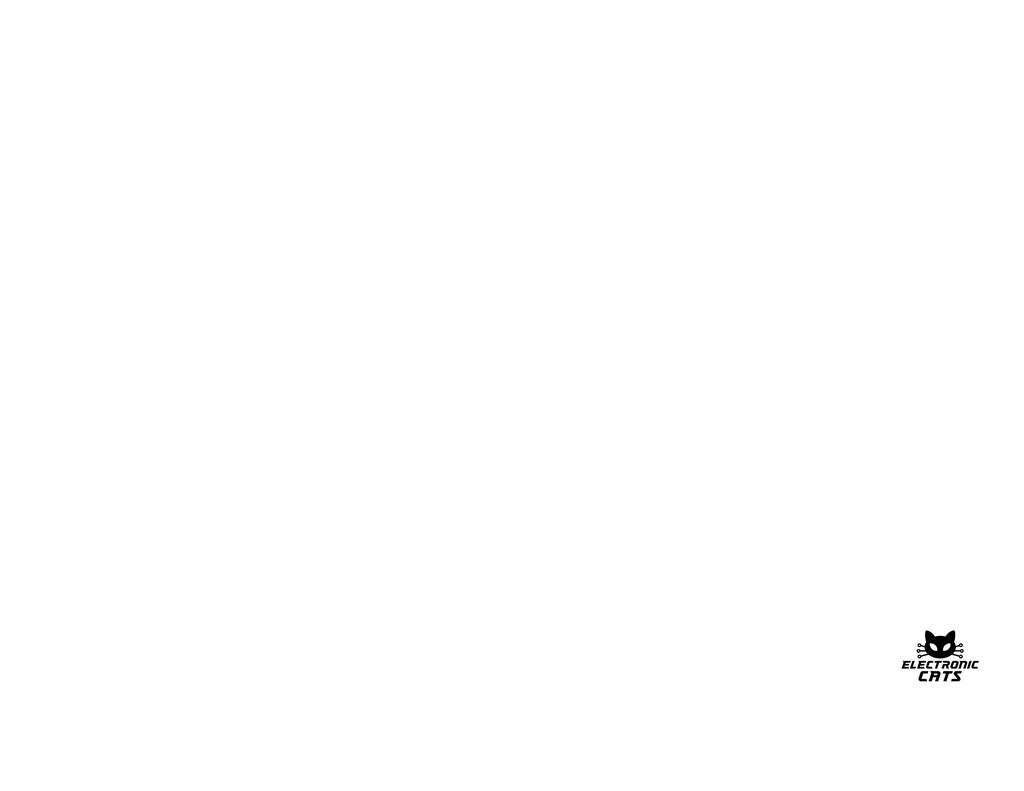
<source format=kicad_sch>
(kicad_sch (version 20230121) (generator eeschema)
  (paper "USLetter")
  (title_block (rev "1.0") (company "Electronic Cats"))
  (lib_symbols)
  (image (at 256.54 179.07) (scale 0.25))
)
</source>
